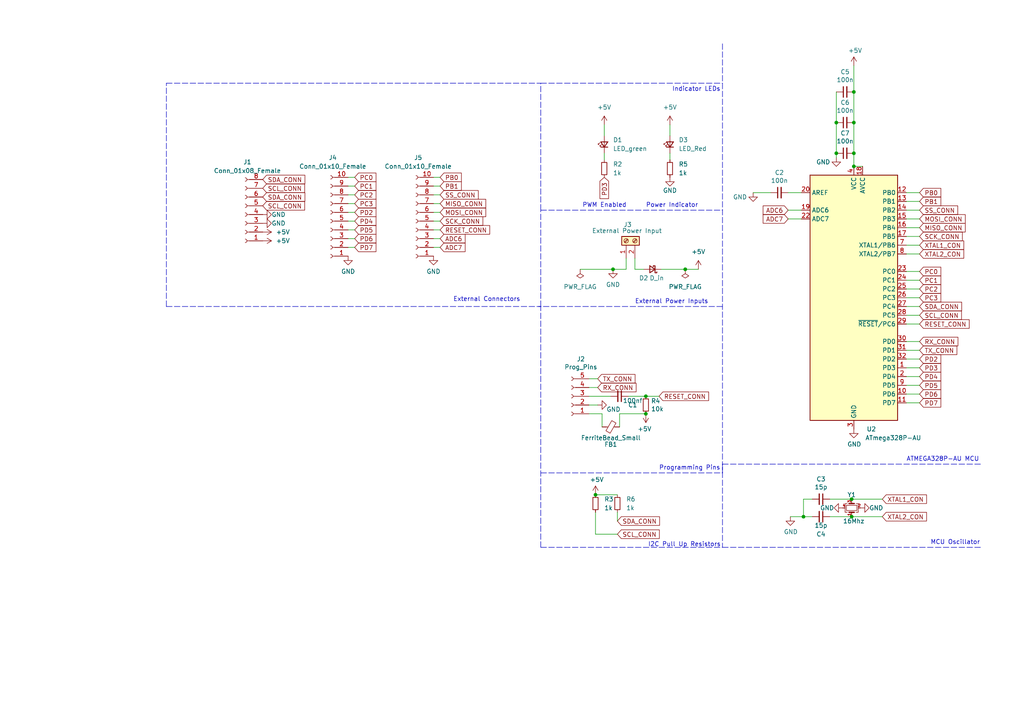
<source format=kicad_sch>
(kicad_sch (version 20211123) (generator eeschema)
  (paper "A4")
  (title_block (title "ATMEGA328P-AU Development Board") (date "2024-01-28") (rev "1") (company "SpaceCog Labs, LLC"))
  (lib_symbols
    (symbol "Connector:Conn_01x05_Female" (pin_names (offset 1.016) hide)
      (property "Reference" "J" (at 0 7.62 0))
      (property "Value" "Conn_01x05_Female" (at 0 -7.62 0))
      (symbol "Conn_01x05_Female_1_1"
        (arc (start 0 -4.572) (mid -0.508 -5.08) (end 0 -5.588) (stroke (width 0.1524)))
        (arc (start 0 -2.032) (mid -0.508 -2.54) (end 0 -3.048) (stroke (width 0.1524)))
        (polyline (pts (xy -1.27 -5.08) (xy -0.508 -5.08)) (stroke (width 0.1524)))
        (polyline (pts (xy -1.27 -2.54) (xy -0.508 -2.54)) (stroke (width 0.1524)))
        (polyline (pts (xy -1.27 0) (xy -0.508 0)) (stroke (width 0.1524)))
        (polyline (pts (xy -1.27 2.54) (xy -0.508 2.54)) (stroke (width 0.1524)))
        (polyline (pts (xy -1.27 5.08) (xy -0.508 5.08)) (stroke (width 0.1524)))
        (arc (start 0 0.508) (mid -0.508 0) (end 0 -0.508) (stroke (width 0.1524)))
        (arc (start 0 3.048) (mid -0.508 2.54) (end 0 2.032) (stroke (width 0.1524)))
        (arc (start 0 5.588) (mid -0.508 5.08) (end 0 4.572) (stroke (width 0.1524)))
        (pin passive line (at -5.08 5.08 0) (length 3.81) (name "Pin_1") (number "1"))
        (pin passive line (at -5.08 2.54 0) (length 3.81) (name "Pin_2") (number "2"))
        (pin passive line (at -5.08 0 0) (length 3.81) (name "Pin_3") (number "3"))
        (pin passive line (at -5.08 -2.54 0) (length 3.81) (name "Pin_4") (number "4"))
        (pin passive line (at -5.08 -5.08 0) (length 3.81) (name "Pin_5") (number "5"))
      )
    )
    (symbol "Connector:Conn_01x08_Female" (pin_names (offset 1.016) hide)
      (property "Reference" "J" (at 0 10.16 0))
      (property "Value" "Conn_01x08_Female" (at 0 -12.7 0))
      (symbol "Conn_01x08_Female_1_1"
        (arc (start 0 -9.652) (mid -0.508 -10.16) (end 0 -10.668) (stroke (width 0.1524)))
        (arc (start 0 -7.112) (mid -0.508 -7.62) (end 0 -8.128) (stroke (width 0.1524)))
        (arc (start 0 -4.572) (mid -0.508 -5.08) (end 0 -5.588) (stroke (width 0.1524)))
        (arc (start 0 -2.032) (mid -0.508 -2.54) (end 0 -3.048) (stroke (width 0.1524)))
        (polyline (pts (xy -1.27 -10.16) (xy -0.508 -10.16)) (stroke (width 0.1524)))
        (polyline (pts (xy -1.27 -7.62) (xy -0.508 -7.62)) (stroke (width 0.1524)))
        (polyline (pts (xy -1.27 -5.08) (xy -0.508 -5.08)) (stroke (width 0.1524)))
        (polyline (pts (xy -1.27 -2.54) (xy -0.508 -2.54)) (stroke (width 0.1524)))
        (polyline (pts (xy -1.27 0) (xy -0.508 0)) (stroke (width 0.1524)))
        (polyline (pts (xy -1.27 2.54) (xy -0.508 2.54)) (stroke (width 0.1524)))
        (polyline (pts (xy -1.27 5.08) (xy -0.508 5.08)) (stroke (width 0.1524)))
        (polyline (pts (xy -1.27 7.62) (xy -0.508 7.62)) (stroke (width 0.1524)))
        (arc (start 0 0.508) (mid -0.508 0) (end 0 -0.508) (stroke (width 0.1524)))
        (arc (start 0 3.048) (mid -0.508 2.54) (end 0 2.032) (stroke (width 0.1524)))
        (arc (start 0 5.588) (mid -0.508 5.08) (end 0 4.572) (stroke (width 0.1524)))
        (arc (start 0 8.128) (mid -0.508 7.62) (end 0 7.112) (stroke (width 0.1524)))
        (pin passive line (at -5.08 7.62 0) (length 3.81) (name "Pin_1") (number "1"))
        (pin passive line (at -5.08 5.08 0) (length 3.81) (name "Pin_2") (number "2"))
        (pin passive line (at -5.08 2.54 0) (length 3.81) (name "Pin_3") (number "3"))
        (pin passive line (at -5.08 0 0) (length 3.81) (name "Pin_4") (number "4"))
        (pin passive line (at -5.08 -2.54 0) (length 3.81) (name "Pin_5") (number "5"))
        (pin passive line (at -5.08 -5.08 0) (length 3.81) (name "Pin_6") (number "6"))
        (pin passive line (at -5.08 -7.62 0) (length 3.81) (name "Pin_7") (number "7"))
        (pin passive line (at -5.08 -10.16 0) (length 3.81) (name "Pin_8") (number "8"))
      )
    )
    (symbol "Connector:Conn_01x10_Female" (pin_names (offset 1.016) hide)
      (property "Reference" "J" (at 0 12.7 0))
      (property "Value" "Conn_01x10_Female" (at 0 -15.24 0))
      (symbol "Conn_01x10_Female_1_1"
        (arc (start 0 -12.192) (mid -0.508 -12.7) (end 0 -13.208) (stroke (width 0.1524)))
        (arc (start 0 -9.652) (mid -0.508 -10.16) (end 0 -10.668) (stroke (width 0.1524)))
        (arc (start 0 -7.112) (mid -0.508 -7.62) (end 0 -8.128) (stroke (width 0.1524)))
        (arc (start 0 -4.572) (mid -0.508 -5.08) (end 0 -5.588) (stroke (width 0.1524)))
        (arc (start 0 -2.032) (mid -0.508 -2.54) (end 0 -3.048) (stroke (width 0.1524)))
        (polyline (pts (xy -1.27 -12.7) (xy -0.508 -12.7)) (stroke (width 0.1524)))
        (polyline (pts (xy -1.27 -10.16) (xy -0.508 -10.16)) (stroke (width 0.1524)))
        (polyline (pts (xy -1.27 -7.62) (xy -0.508 -7.62)) (stroke (width 0.1524)))
        (polyline (pts (xy -1.27 -5.08) (xy -0.508 -5.08)) (stroke (width 0.1524)))
        (polyline (pts (xy -1.27 -2.54) (xy -0.508 -2.54)) (stroke (width 0.1524)))
        (polyline (pts (xy -1.27 0) (xy -0.508 0)) (stroke (width 0.1524)))
        (polyline (pts (xy -1.27 2.54) (xy -0.508 2.54)) (stroke (width 0.1524)))
        (polyline (pts (xy -1.27 5.08) (xy -0.508 5.08)) (stroke (width 0.1524)))
        (polyline (pts (xy -1.27 7.62) (xy -0.508 7.62)) (stroke (width 0.1524)))
        (polyline (pts (xy -1.27 10.16) (xy -0.508 10.16)) (stroke (width 0.1524)))
        (arc (start 0 0.508) (mid -0.508 0) (end 0 -0.508) (stroke (width 0.1524)))
        (arc (start 0 3.048) (mid -0.508 2.54) (end 0 2.032) (stroke (width 0.1524)))
        (arc (start 0 5.588) (mid -0.508 5.08) (end 0 4.572) (stroke (width 0.1524)))
        (arc (start 0 8.128) (mid -0.508 7.62) (end 0 7.112) (stroke (width 0.1524)))
        (arc (start 0 10.668) (mid -0.508 10.16) (end 0 9.652) (stroke (width 0.1524)))
        (pin passive line (at -5.08 10.16 0) (length 3.81) (name "Pin_1") (number "1"))
        (pin passive line (at -5.08 -12.7 0) (length 3.81) (name "Pin_10") (number "10"))
        (pin passive line (at -5.08 7.62 0) (length 3.81) (name "Pin_2") (number "2"))
        (pin passive line (at -5.08 5.08 0) (length 3.81) (name "Pin_3") (number "3"))
        (pin passive line (at -5.08 2.54 0) (length 3.81) (name "Pin_4") (number "4"))
        (pin passive line (at -5.08 0 0) (length 3.81) (name "Pin_5") (number "5"))
        (pin passive line (at -5.08 -2.54 0) (length 3.81) (name "Pin_6") (number "6"))
        (pin passive line (at -5.08 -5.08 0) (length 3.81) (name "Pin_7") (number "7"))
        (pin passive line (at -5.08 -7.62 0) (length 3.81) (name "Pin_8") (number "8"))
        (pin passive line (at -5.08 -10.16 0) (length 3.81) (name "Pin_9") (number "9"))
      )
    )
    (symbol "Connector:Screw_Terminal_01x02" (pin_names (offset 1.016) hide)
      (property "Reference" "J" (at 0 2.54 0))
      (property "Value" "Screw_Terminal_01x02" (at 0 -5.08 0))
      (symbol "Screw_Terminal_01x02_1_1"
        (rectangle (start -1.27 1.27) (end 1.27 -3.81) (stroke (width 0.254)) (fill (type background)))
        (circle (center 0 -2.54) (radius 0.635) (stroke (width 0.1524)))
        (polyline (pts (xy -0.5334 -2.2098) (xy 0.3302 -3.048)) (stroke (width 0.1524)))
        (polyline (pts (xy -0.5334 0.3302) (xy 0.3302 -0.508)) (stroke (width 0.1524)))
        (polyline (pts (xy -0.3556 -2.032) (xy 0.508 -2.8702)) (stroke (width 0.1524)))
        (polyline (pts (xy -0.3556 0.508) (xy 0.508 -0.3302)) (stroke (width 0.1524)))
        (circle (center 0 0) (radius 0.635) (stroke (width 0.1524)))
        (pin passive line (at -5.08 0 0) (length 3.81) (name "Pin_1") (number "1"))
        (pin passive line (at -5.08 -2.54 0) (length 3.81) (name "Pin_2") (number "2"))
      )
    )
    (symbol "Device:C_Small" (pin_numbers hide) (pin_names (offset 0.254) hide)
      (property "Reference" "C" (at 0.254 1.778 0))
      (property "Value" "C_Small" (at 0.254 -2.032 0))
      (symbol "C_Small_0_1"
        (polyline (pts (xy -1.524 -0.508) (xy 1.524 -0.508)) (stroke (width 0.3302)))
        (polyline (pts (xy -1.524 0.508) (xy 1.524 0.508)) (stroke (width 0.3048)))
      )
      (symbol "C_Small_1_1"
        (pin passive line (at 0 2.54 270) (length 2.032) (name "~") (number "1"))
        (pin passive line (at 0 -2.54 90) (length 2.032) (name "~") (number "2"))
      )
    )
    (symbol "Device:Crystal_GND24_Small" (pin_names (offset 1.016) hide)
      (property "Reference" "Y" (at 1.27 4.445 0))
      (property "Value" "Crystal_GND24_Small" (at 1.27 2.54 0))
      (symbol "Crystal_GND24_Small_0_1"
        (rectangle (start -0.762 -1.524) (end 0.762 1.524))
        (polyline (pts (xy -1.27 -0.762) (xy -1.27 0.762)) (stroke (width 0.381)))
        (polyline (pts (xy 1.27 -0.762) (xy 1.27 0.762)) (stroke (width 0.381)))
        (polyline (pts (xy -1.27 -1.27) (xy -1.27 -1.905) (xy 1.27 -1.905) (xy 1.27 -1.27)))
        (polyline (pts (xy -1.27 1.27) (xy -1.27 1.905) (xy 1.27 1.905) (xy 1.27 1.27)))
      )
      (symbol "Crystal_GND24_Small_1_1"
        (pin passive line (at -2.54 0 0) (length 1.27) (name "1") (number "1"))
        (pin passive line (at 0 -2.54 90) (length 0.635) (name "2") (number "2"))
        (pin passive line (at 2.54 0 180) (length 1.27) (name "3") (number "3"))
        (pin passive line (at 0 2.54 270) (length 0.635) (name "4") (number "4"))
      )
    )
    (symbol "Device:D_Schottky_Small" (pin_numbers hide) (pin_names (offset 0.254) hide)
      (property "Reference" "D" (at -1.27 2.032 0))
      (property "Value" "D_Schottky_Small" (at -7.112 -2.032 0))
      (symbol "D_Schottky_Small_0_1"
        (polyline (pts (xy -0.762 0) (xy 0.762 0)))
        (polyline (pts (xy 0.762 -1.016) (xy -0.762 0) (xy 0.762 1.016) (xy 0.762 -1.016)) (stroke (width 0.254)))
        (polyline (pts (xy -1.27 0.762) (xy -1.27 1.016) (xy -0.762 1.016) (xy -0.762 -1.016) (xy -0.254 -1.016) (xy -0.254 -0.762)) (stroke (width 0.254)))
      )
      (symbol "D_Schottky_Small_1_1"
        (pin passive line (at -2.54 0 0) (length 1.778) (name "K") (number "1"))
        (pin passive line (at 2.54 0 180) (length 1.778) (name "A") (number "2"))
      )
    )
    (symbol "Device:FerriteBead_Small" (pin_numbers hide) (pin_names (offset 0))
      (property "Reference" "FB" (at 1.905 1.27 0))
      (property "Value" "FerriteBead_Small" (at 1.905 -1.27 0))
      (symbol "FerriteBead_Small_0_1"
        (polyline (pts (xy 0 -1.27) (xy 0 -0.7874)))
        (polyline (pts (xy 0 0.889) (xy 0 1.2954)))
        (polyline (pts (xy -1.8288 0.2794) (xy -1.1176 1.4986) (xy 1.8288 -0.2032) (xy 1.1176 -1.4224) (xy -1.8288 0.2794)))
      )
      (symbol "FerriteBead_Small_1_1"
        (pin passive line (at 0 2.54 270) (length 1.27) (name "~") (number "1"))
        (pin passive line (at 0 -2.54 90) (length 1.27) (name "~") (number "2"))
      )
    )
    (symbol "Device:LED_Small" (pin_numbers hide) (pin_names (offset 0.254) hide)
      (property "Reference" "D" (at -1.27 3.175 0))
      (property "Value" "LED_Small" (at -4.445 -2.54 0))
      (symbol "LED_Small_0_1"
        (polyline (pts (xy -0.762 -1.016) (xy -0.762 1.016)) (stroke (width 0.254)))
        (polyline (pts (xy 1.016 0) (xy -0.762 0)))
        (polyline (pts (xy 0.762 -1.016) (xy -0.762 0) (xy 0.762 1.016) (xy 0.762 -1.016)) (stroke (width 0.254)))
        (polyline (pts (xy 0 0.762) (xy -0.508 1.27) (xy -0.254 1.27) (xy -0.508 1.27) (xy -0.508 1.016)))
        (polyline (pts (xy 0.508 1.27) (xy 0 1.778) (xy 0.254 1.778) (xy 0 1.778) (xy 0 1.524)))
      )
      (symbol "LED_Small_1_1"
        (pin passive line (at -2.54 0 0) (length 1.778) (name "K") (number "1"))
        (pin passive line (at 2.54 0 180) (length 1.778) (name "A") (number "2"))
      )
    )
    (symbol "Device:R_Small" (pin_numbers hide) (pin_names (offset 0.254) hide)
      (property "Reference" "R" (at 0.762 0.508 0))
      (property "Value" "R_Small" (at 0.762 -1.016 0))
      (symbol "R_Small_0_1"
        (rectangle (start -0.762 1.778) (end 0.762 -1.778) (stroke (width 0.2032)))
      )
      (symbol "R_Small_1_1"
        (pin passive line (at 0 2.54 270) (length 0.762) (name "~") (number "1"))
        (pin passive line (at 0 -2.54 90) (length 0.762) (name "~") (number "2"))
      )
    )
    (symbol "MCU_Microchip_ATmega:ATmega328P-AU"
      (property "Reference" "U" (at -12.7 36.83 0))
      (property "Value" "MCU_Microchip_ATmega_ATmega328P-AU" (at 2.54 -36.83 0))
      (symbol "ATmega328P-AU_0_1"
        (rectangle (start -12.7 -35.56) (end 12.7 35.56) (stroke (width 0.254)) (fill (type background)))
      )
      (symbol "ATmega328P-AU_1_1"
        (pin bidirectional line (at 15.24 -20.32 180) (length 2.54) (name "PD3") (number "1"))
        (pin bidirectional line (at 15.24 -27.94 180) (length 2.54) (name "PD6") (number "10"))
        (pin bidirectional line (at 15.24 -30.48 180) (length 2.54) (name "PD7") (number "11"))
        (pin bidirectional line (at 15.24 30.48 180) (length 2.54) (name "PB0") (number "12"))
        (pin bidirectional line (at 15.24 27.94 180) (length 2.54) (name "PB1") (number "13"))
        (pin bidirectional line (at 15.24 25.4 180) (length 2.54) (name "PB2") (number "14"))
        (pin bidirectional line (at 15.24 22.86 180) (length 2.54) (name "PB3") (number "15"))
        (pin bidirectional line (at 15.24 20.32 180) (length 2.54) (name "PB4") (number "16"))
        (pin bidirectional line (at 15.24 17.78 180) (length 2.54) (name "PB5") (number "17"))
        (pin power_in line (at 2.54 38.1 270) (length 2.54) (name "AVCC") (number "18"))
        (pin input line (at -15.24 25.4 0) (length 2.54) (name "ADC6") (number "19"))
        (pin bidirectional line (at 15.24 -22.86 180) (length 2.54) (name "PD4") (number "2"))
        (pin passive line (at -15.24 30.48 0) (length 2.54) (name "AREF") (number "20"))
        (pin passive line (at 0 -38.1 90) (length 2.54) hide (name "GND") (number "21"))
        (pin input line (at -15.24 22.86 0) (length 2.54) (name "ADC7") (number "22"))
        (pin bidirectional line (at 15.24 7.62 180) (length 2.54) (name "PC0") (number "23"))
        (pin bidirectional line (at 15.24 5.08 180) (length 2.54) (name "PC1") (number "24"))
        (pin bidirectional line (at 15.24 2.54 180) (length 2.54) (name "PC2") (number "25"))
        (pin bidirectional line (at 15.24 0 180) (length 2.54) (name "PC3") (number "26"))
        (pin bidirectional line (at 15.24 -2.54 180) (length 2.54) (name "PC4") (number "27"))
        (pin bidirectional line (at 15.24 -5.08 180) (length 2.54) (name "PC5") (number "28"))
        (pin bidirectional line (at 15.24 -7.62 180) (length 2.54) (name "~{RESET}/PC6") (number "29"))
        (pin power_in line (at 0 -38.1 90) (length 2.54) (name "GND") (number "3"))
        (pin bidirectional line (at 15.24 -12.7 180) (length 2.54) (name "PD0") (number "30"))
        (pin bidirectional line (at 15.24 -15.24 180) (length 2.54) (name "PD1") (number "31"))
        (pin bidirectional line (at 15.24 -17.78 180) (length 2.54) (name "PD2") (number "32"))
        (pin power_in line (at 0 38.1 270) (length 2.54) (name "VCC") (number "4"))
        (pin passive line (at 0 -38.1 90) (length 2.54) hide (name "GND") (number "5"))
        (pin passive line (at 0 38.1 270) (length 2.54) hide (name "VCC") (number "6"))
        (pin bidirectional line (at 15.24 15.24 180) (length 2.54) (name "XTAL1/PB6") (number "7"))
        (pin bidirectional line (at 15.24 12.7 180) (length 2.54) (name "XTAL2/PB7") (number "8"))
        (pin bidirectional line (at 15.24 -25.4 180) (length 2.54) (name "PD5") (number "9"))
      )
    )
    (symbol "power:+5V" (power) (pin_names (offset 0))
      (property "Value" "+5V" (at 0 3.556 0))
      (symbol "+5V_0_1"
        (polyline (pts (xy -0.762 1.27) (xy 0 2.54)))
        (polyline (pts (xy 0 0) (xy 0 2.54)))
        (polyline (pts (xy 0 2.54) (xy 0.762 1.27)))
      )
      (symbol "+5V_1_1"
        (pin power_in line (at 0 0 90) (length 0) hide (name "+5V") (number "1"))
      )
    )
    (symbol "power:GND" (power) (pin_names (offset 0))
      (property "Value" "GND" (at 0 -3.81 0))
      (symbol "GND_0_1"
        (polyline (pts (xy 0 0) (xy 0 -1.27) (xy 1.27 -1.27) (xy 0 -2.54) (xy -1.27 -1.27) (xy 0 -1.27)))
      )
      (symbol "GND_1_1"
        (pin power_in line (at 0 0 270) (length 0) hide (name "GND") (number "1"))
      )
    )
    (symbol "power:PWR_FLAG" (power) (pin_numbers hide) (pin_names (offset 0) hide)
      (property "Value" "PWR_FLAG" (at 0 3.81 0))
      (symbol "PWR_FLAG_0_0"
        (pin power_out line (at 0 0 90) (length 0) (name "pwr") (number "1"))
      )
      (symbol "PWR_FLAG_0_1"
        (polyline (pts (xy 0 0) (xy 0 1.27) (xy -1.016 1.905) (xy 0 2.54) (xy 1.016 1.905) (xy 0 1.27)))
      )
    )
  )
  (junction (at 187.325 120.015))
  (junction (at 247.65 26.67))
  (junction (at 247.65 44.45))
  (junction (at 247.65 35.56))
  (junction (at 247.65 48.26))
  (junction (at 247.015 144.78))
  (junction (at 233.045 149.86))
  (junction (at 172.72 143.51))
  (junction (at 177.8 78.105))
  (junction (at 198.755 78.105))
  (junction (at 242.57 35.56))
  (junction (at 242.57 44.45))
  (junction (at 247.015 149.86))
  (junction (at 187.325 114.935))
  (wire (pts (xy 218.44 55.88) (xy 223.52 55.88)))
  (wire (pts (xy 125.73 53.975) (xy 127.635 53.975)))
  (wire (pts (xy 179.705 120.015) (xy 187.325 120.015)))
  (wire (pts (xy 242.57 26.67) (xy 242.57 35.56)))
  (polyline (pts (xy 156.845 158.75) (xy 156.845 88.9)))
  (wire (pts (xy 100.965 71.755) (xy 102.87 71.755)))
  (wire (pts (xy 100.965 66.675) (xy 102.87 66.675)))
  (wire (pts (xy 125.73 69.215) (xy 127.635 69.215)))
  (wire (pts (xy 181.61 74.93) (xy 181.61 78.105)))
  (polyline (pts (xy 156.845 60.96) (xy 156.845 24.13)))
  (wire (pts (xy 182.245 114.935) (xy 187.325 114.935)))
  (wire (pts (xy 235.585 144.78) (xy 233.045 144.78)))
  (wire (pts (xy 262.89 104.14) (xy 266.7 104.14)))
  (wire (pts (xy 266.7 73.66) (xy 262.89 73.66)))
  (wire (pts (xy 125.73 59.055) (xy 127.635 59.055)))
  (wire (pts (xy 179.07 151.13) (xy 179.07 148.59)))
  (polyline (pts (xy 156.845 88.9) (xy 156.845 60.96)))
  (wire (pts (xy 179.07 154.94) (xy 172.72 154.94)))
  (wire (pts (xy 266.7 99.06) (xy 262.89 99.06)))
  (wire (pts (xy 266.7 91.44) (xy 262.89 91.44)))
  (wire (pts (xy 191.77 78.105) (xy 198.755 78.105)))
  (wire (pts (xy 262.89 88.9) (xy 266.7 88.9)))
  (wire (pts (xy 247.65 44.45) (xy 247.65 35.56)))
  (polyline (pts (xy 156.845 60.96) (xy 209.55 60.96)))
  (wire (pts (xy 179.705 123.825) (xy 179.705 120.015)))
  (wire (pts (xy 100.965 64.135) (xy 102.87 64.135)))
  (wire (pts (xy 228.6 60.96) (xy 232.41 60.96)))
  (wire (pts (xy 247.65 19.05) (xy 247.65 26.67)))
  (polyline (pts (xy 156.845 88.9) (xy 156.21 88.9)))
  (wire (pts (xy 266.7 68.58) (xy 262.89 68.58)))
  (wire (pts (xy 266.7 66.04) (xy 262.89 66.04)))
  (wire (pts (xy 242.57 35.56) (xy 242.57 44.45)))
  (wire (pts (xy 184.15 74.93) (xy 184.15 78.105)))
  (wire (pts (xy 266.7 58.42) (xy 262.89 58.42)))
  (polyline (pts (xy 48.26 88.9) (xy 48.26 24.13)))
  (polyline (pts (xy 209.55 158.75) (xy 284.48 158.75)))
  (polyline (pts (xy 209.55 137.16) (xy 209.55 134.62)))
  (wire (pts (xy 175.26 36.195) (xy 175.26 39.37)))
  (wire (pts (xy 262.89 116.84) (xy 266.7 116.84)))
  (polyline (pts (xy 209.55 134.62) (xy 284.48 134.62)))
  (wire (pts (xy 172.72 154.94) (xy 172.72 148.59)))
  (wire (pts (xy 179.07 143.51) (xy 172.72 143.51)))
  (wire (pts (xy 262.89 83.82) (xy 266.7 83.82)))
  (wire (pts (xy 125.73 71.755) (xy 127.635 71.755)))
  (wire (pts (xy 262.89 111.76) (xy 266.7 111.76)))
  (wire (pts (xy 266.7 63.5) (xy 262.89 63.5)))
  (wire (pts (xy 247.65 48.26) (xy 247.65 44.45)))
  (wire (pts (xy 125.73 56.515) (xy 127.635 56.515)))
  (wire (pts (xy 262.89 109.22) (xy 266.7 109.22)))
  (wire (pts (xy 125.73 64.135) (xy 127.635 64.135)))
  (wire (pts (xy 174.625 120.015) (xy 174.625 123.825)))
  (wire (pts (xy 262.89 114.3) (xy 266.7 114.3)))
  (wire (pts (xy 240.665 144.78) (xy 247.015 144.78)))
  (wire (pts (xy 100.965 59.055) (xy 102.87 59.055)))
  (wire (pts (xy 240.665 149.86) (xy 247.015 149.86)))
  (polyline (pts (xy 209.55 12.7) (xy 209.55 134.62)))
  (wire (pts (xy 242.57 45.72) (xy 242.57 44.45)))
  (polyline (pts (xy 209.55 88.9) (xy 156.845 88.9)))
  (polyline (pts (xy 48.26 88.9) (xy 156.845 88.9)))
  (wire (pts (xy 247.65 35.56) (xy 247.65 26.67)))
  (wire (pts (xy 100.965 56.515) (xy 102.87 56.515)))
  (wire (pts (xy 100.965 61.595) (xy 102.87 61.595)))
  (polyline (pts (xy 209.55 134.62) (xy 209.55 158.75)))
  (wire (pts (xy 255.905 144.78) (xy 247.015 144.78)))
  (wire (pts (xy 125.73 66.675) (xy 127.635 66.675)))
  (wire (pts (xy 198.755 78.105) (xy 202.565 78.105)))
  (wire (pts (xy 125.73 51.435) (xy 127.635 51.435)))
  (polyline (pts (xy 156.845 158.75) (xy 209.55 158.75)))
  (wire (pts (xy 100.965 51.435) (xy 102.87 51.435)))
  (wire (pts (xy 228.6 55.88) (xy 232.41 55.88)))
  (wire (pts (xy 250.19 48.26) (xy 247.65 48.26)))
  (wire (pts (xy 187.325 114.935) (xy 191.135 114.935)))
  (wire (pts (xy 181.61 78.105) (xy 177.8 78.105)))
  (wire (pts (xy 262.89 78.74) (xy 266.7 78.74)))
  (wire (pts (xy 170.815 117.475) (xy 173.355 117.475)))
  (wire (pts (xy 266.7 71.12) (xy 262.89 71.12)))
  (wire (pts (xy 194.31 36.195) (xy 194.31 39.37)))
  (wire (pts (xy 170.815 109.855) (xy 173.355 109.855)))
  (wire (pts (xy 262.89 106.68) (xy 266.7 106.68)))
  (wire (pts (xy 184.15 78.105) (xy 186.69 78.105)))
  (wire (pts (xy 262.89 86.36) (xy 266.7 86.36)))
  (wire (pts (xy 100.965 53.975) (xy 102.87 53.975)))
  (wire (pts (xy 266.7 101.6) (xy 262.89 101.6)))
  (wire (pts (xy 255.905 149.86) (xy 247.015 149.86)))
  (wire (pts (xy 228.6 63.5) (xy 232.41 63.5)))
  (wire (pts (xy 170.815 120.015) (xy 174.625 120.015)))
  (wire (pts (xy 170.815 114.935) (xy 177.165 114.935)))
  (polyline (pts (xy 156.845 24.13) (xy 209.55 24.13)))
  (wire (pts (xy 170.815 112.395) (xy 173.355 112.395)))
  (wire (pts (xy 194.31 44.45) (xy 194.31 46.355)))
  (wire (pts (xy 262.89 81.28) (xy 266.7 81.28)))
  (polyline (pts (xy 156.845 137.16) (xy 209.55 137.16)))
  (wire (pts (xy 233.045 144.78) (xy 233.045 149.86)))
  (wire (pts (xy 233.045 149.86) (xy 235.585 149.86)))
  (wire (pts (xy 266.7 93.98) (xy 262.89 93.98)))
  (wire (pts (xy 100.965 69.215) (xy 102.87 69.215)))
  (wire (pts (xy 262.89 55.88) (xy 266.7 55.88)))
  (polyline (pts (xy 48.26 24.13) (xy 156.845 24.13)))
  (wire (pts (xy 125.73 61.595) (xy 127.635 61.595)))
  (wire (pts (xy 168.275 78.105) (xy 177.8 78.105)))
  (wire (pts (xy 266.7 60.96) (xy 262.89 60.96)))
  (wire (pts (xy 175.26 44.45) (xy 175.26 46.355)))
  (wire (pts (xy 229.235 149.86) (xy 233.045 149.86)))
  (text "MCU Oscillator" (at 269.875 158.115 0) (effects (font (size 1.27 1.27)) (justify left bottom)))
  (text "PWM Enabled" (at 168.91 60.325 0) (effects (font (size 1.27 1.27)) (justify left bottom)))
  (text "ATMEGA328P-AU MCU" (at 262.89 133.985 0) (effects (font (size 1.27 1.27)) (justify left bottom)))
  (text "External Connectors" (at 131.445 87.63 0) (effects (font (size 1.27 1.27)) (justify left bottom)))
  (text "Power Indicator" (at 187.325 60.325 0) (effects (font (size 1.27 1.27)) (justify left bottom)))
  (text "External Power Inputs" (at 184.15 88.265 0) (effects (font (size 1.27 1.27)) (justify left bottom)))
  (text "Indicator LEDs" (at 194.945 26.67 0) (effects (font (size 1.27 1.27)) (justify left bottom)))
  (text "I2C Pull Up Resistors" (at 187.96 158.75 0) (effects (font (size 1.27 1.27)) (justify left bottom)))
  (text "Programming Pins" (at 191.135 136.525 0) (effects (font (size 1.27 1.27)) (justify left bottom)))
  (global_label "XTAL2_CON" (shape input) (at 255.905 149.86 0) (property "Intersheet References" "${INTERSHEET_REFS}" (effects hide)))
  (global_label "ADC6" (shape input) (at 228.6 60.96 180) (property "Intersheet References" "${INTERSHEET_REFS}" (effects hide)))
  (global_label "PD2" (shape input) (at 102.87 61.595 0) (property "Intersheet References" "${INTERSHEET_REFS}" (effects hide)))
  (global_label "RX_CONN" (shape input) (at 266.7 99.06 0) (property "Intersheet References" "${INTERSHEET_REFS}" (effects hide)))
  (global_label "XTAL1_CON" (shape input) (at 266.7 71.12 0) (property "Intersheet References" "${INTERSHEET_REFS}" (effects hide)))
  (global_label "SDA_CONN" (shape input) (at 266.7 88.9 0) (property "Intersheet References" "${INTERSHEET_REFS}" (effects hide)))
  (global_label "RESET_CONN" (shape input) (at 127.635 66.675 0) (property "Intersheet References" "${INTERSHEET_REFS}" (effects hide)))
  (global_label "SDA_CONN" (shape input) (at 76.2 57.15 0) (property "Intersheet References" "${INTERSHEET_REFS}" (effects hide)))
  (global_label "RESET_CONN" (shape input) (at 191.135 114.935 0) (property "Intersheet References" "${INTERSHEET_REFS}" (effects hide)))
  (global_label "PB1" (shape input) (at 127.635 53.975 0) (property "Intersheet References" "${INTERSHEET_REFS}" (effects hide)))
  (global_label "TX_CONN" (shape input) (at 266.7 101.6 0) (property "Intersheet References" "${INTERSHEET_REFS}" (effects hide)))
  (global_label "PC2" (shape input) (at 102.87 56.515 0) (property "Intersheet References" "${INTERSHEET_REFS}" (effects hide)))
  (global_label "PC0" (shape input) (at 102.87 51.435 0) (property "Intersheet References" "${INTERSHEET_REFS}" (effects hide)))
  (global_label "MISO_CONN" (shape input) (at 127.635 59.055 0) (property "Intersheet References" "${INTERSHEET_REFS}" (effects hide)))
  (global_label "MOSI_CONN" (shape input) (at 127.635 61.595 0) (property "Intersheet References" "${INTERSHEET_REFS}" (effects hide)))
  (global_label "PC1" (shape input) (at 266.7 81.28 0) (property "Intersheet References" "${INTERSHEET_REFS}" (effects hide)))
  (global_label "PD4" (shape input) (at 266.7 109.22 0) (property "Intersheet References" "${INTERSHEET_REFS}" (effects hide)))
  (global_label "PD6" (shape input) (at 266.7 114.3 0) (property "Intersheet References" "${INTERSHEET_REFS}" (effects hide)))
  (global_label "PD3" (shape input) (at 175.26 51.435 270) (property "Intersheet References" "${INTERSHEET_REFS}" (effects hide)))
  (global_label "PD3" (shape input) (at 266.7 106.68 0) (property "Intersheet References" "${INTERSHEET_REFS}" (effects hide)))
  (global_label "SCL_CONN" (shape input) (at 76.2 54.61 0) (property "Intersheet References" "${INTERSHEET_REFS}" (effects hide)))
  (global_label "SCK_CONN" (shape input) (at 266.7 68.58 0) (property "Intersheet References" "${INTERSHEET_REFS}" (effects hide)))
  (global_label "PD7" (shape input) (at 102.87 71.755 0) (property "Intersheet References" "${INTERSHEET_REFS}" (effects hide)))
  (global_label "SCK_CONN" (shape input) (at 127.635 64.135 0) (property "Intersheet References" "${INTERSHEET_REFS}" (effects hide)))
  (global_label "MOSI_CONN" (shape input) (at 266.7 63.5 0) (property "Intersheet References" "${INTERSHEET_REFS}" (effects hide)))
  (global_label "PC0" (shape input) (at 266.7 78.74 0) (property "Intersheet References" "${INTERSHEET_REFS}" (effects hide)))
  (global_label "SDA_CONN" (shape input) (at 179.07 151.13 0) (property "Intersheet References" "${INTERSHEET_REFS}" (effects hide)))
  (global_label "PC1" (shape input) (at 102.87 53.975 0) (property "Intersheet References" "${INTERSHEET_REFS}" (effects hide)))
  (global_label "PD2" (shape input) (at 266.7 104.14 0) (property "Intersheet References" "${INTERSHEET_REFS}" (effects hide)))
  (global_label "PB0" (shape input) (at 127.635 51.435 0) (property "Intersheet References" "${INTERSHEET_REFS}" (effects hide)))
  (global_label "RESET_CONN" (shape input) (at 266.7 93.98 0) (property "Intersheet References" "${INTERSHEET_REFS}" (effects hide)))
  (global_label "SCL_CONN" (shape input) (at 266.7 91.44 0) (property "Intersheet References" "${INTERSHEET_REFS}" (effects hide)))
  (global_label "PD5" (shape input) (at 266.7 111.76 0) (property "Intersheet References" "${INTERSHEET_REFS}" (effects hide)))
  (global_label "SCL_CONN" (shape input) (at 179.07 154.94 0) (property "Intersheet References" "${INTERSHEET_REFS}" (effects hide)))
  (global_label "PC2" (shape input) (at 266.7 83.82 0) (property "Intersheet References" "${INTERSHEET_REFS}" (effects hide)))
  (global_label "XTAL2_CON" (shape input) (at 266.7 73.66 0) (property "Intersheet References" "${INTERSHEET_REFS}" (effects hide)))
  (global_label "ADC7" (shape input) (at 127.635 71.755 0) (property "Intersheet References" "${INTERSHEET_REFS}" (effects hide)))
  (global_label "PB0" (shape input) (at 266.7 55.88 0) (property "Intersheet References" "${INTERSHEET_REFS}" (effects hide)))
  (global_label "SS_CONN" (shape input) (at 127.635 56.515 0) (property "Intersheet References" "${INTERSHEET_REFS}" (effects hide)))
  (global_label "XTAL1_CON" (shape input) (at 255.905 144.78 0) (property "Intersheet References" "${INTERSHEET_REFS}" (effects hide)))
  (global_label "SDA_CONN" (shape input) (at 76.2 52.07 0) (property "Intersheet References" "${INTERSHEET_REFS}" (effects hide)))
  (global_label "ADC6" (shape input) (at 127.635 69.215 0) (property "Intersheet References" "${INTERSHEET_REFS}" (effects hide)))
  (global_label "SCL_CONN" (shape input) (at 76.2 59.69 0) (property "Intersheet References" "${INTERSHEET_REFS}" (effects hide)))
  (global_label "PD5" (shape input) (at 102.87 66.675 0) (property "Intersheet References" "${INTERSHEET_REFS}" (effects hide)))
  (global_label "RX_CONN" (shape input) (at 173.355 112.395 0) (property "Intersheet References" "${INTERSHEET_REFS}" (effects hide)))
  (global_label "PC3" (shape input) (at 266.7 86.36 0) (property "Intersheet References" "${INTERSHEET_REFS}" (effects hide)))
  (global_label "TX_CONN" (shape input) (at 173.355 109.855 0) (property "Intersheet References" "${INTERSHEET_REFS}" (effects hide)))
  (global_label "PB1" (shape input) (at 266.7 58.42 0) (property "Intersheet References" "${INTERSHEET_REFS}" (effects hide)))
  (global_label "PD6" (shape input) (at 102.87 69.215 0) (property "Intersheet References" "${INTERSHEET_REFS}" (effects hide)))
  (global_label "ADC7" (shape input) (at 228.6 63.5 180) (property "Intersheet References" "${INTERSHEET_REFS}" (effects hide)))
  (global_label "SS_CONN" (shape input) (at 266.7 60.96 0) (property "Intersheet References" "${INTERSHEET_REFS}" (effects hide)))
  (global_label "PC3" (shape input) (at 102.87 59.055 0) (property "Intersheet References" "${INTERSHEET_REFS}" (effects hide)))
  (global_label "PD7" (shape input) (at 266.7 116.84 0) (property "Intersheet References" "${INTERSHEET_REFS}" (effects hide)))
  (global_label "PD4" (shape input) (at 102.87 64.135 0) (property "Intersheet References" "${INTERSHEET_REFS}" (effects hide)))
  (global_label "MISO_CONN" (shape input) (at 266.7 66.04 0) (property "Intersheet References" "${INTERSHEET_REFS}" (effects hide)))
  (symbol (lib_id "power:+5V") (at 76.2 67.31 270) (unit 1)
    (property "Reference" "#PWR06" (effects hide))
    (property "Value" "+5V" (at 80.01 67.3099 90) (effects (justify left)))
  )
  (symbol (lib_id "Device:R_Small") (at 172.72 146.05 0) (unit 1)
    (property "Reference" "R3" (at 175.26 144.7799 0) (effects (justify left)))
    (property "Value" "1k" (at 175.26 147.3199 0) (effects (justify left)))
    (property "Footprint" "Resistor_SMD:R_1206_3216Metric" (effects hide))
    (property "LCSC" "C4410" (effects hide))
  )
  (symbol (lib_id "Device:R_Small") (at 187.325 117.475 0) (unit 1)
    (property "Reference" "R4" (at 188.8236 116.3066 0) (effects (justify left)))
    (property "Value" "10k" (at 188.8236 118.618 0) (effects (justify left)))
    (property "Footprint" "Resistor_SMD:R_0603_1608Metric" (effects hide))
    (property "LCSC" "C25804" (effects hide))
  )
  (symbol (lib_id "Device:C_Small") (at 226.06 55.88 90) (unit 1)
    (property "Reference" "C2" (at 226.06 50.0634 90))
    (property "Value" "100n" (at 226.06 52.3748 90))
    (property "Footprint" "Capacitor_SMD:C_0603_1608Metric" (effects hide))
    (property "LCSC" "C14663" (effects hide))
  )
  (symbol (lib_id "power:GND") (at 76.2 62.23 90) (unit 1)
    (property "Reference" "#PWR03" (effects hide))
    (property "Value" "GND" (at 78.74 62.23 90) (effects (justify right)))
  )
  (symbol (lib_id "power:+5V") (at 76.2 69.85 270) (unit 1)
    (property "Reference" "#PWR07" (effects hide))
    (property "Value" "+5V" (at 80.01 69.8499 90) (effects (justify left)))
  )
  (symbol (lib_id "Device:R_Small") (at 194.31 48.895 0) (unit 1)
    (property "Reference" "R5" (at 196.85 47.6249 0) (effects (justify left)))
    (property "Value" "1k" (at 196.85 50.1649 0) (effects (justify left)))
    (property "Footprint" "Resistor_SMD:R_1206_3216Metric" (effects hide))
    (property "LCSC" "C4410" (effects hide))
  )
  (symbol (lib_id "Connector:Conn_01x08_Female") (at 71.12 62.23 180) (unit 1)
    (property "Reference" "J1" (at 71.755 46.99 0))
    (property "Value" "Conn_01x08_Female" (at 71.755 49.53 0))
    (property "Footprint" "externalConnectors:Conn_8" (effects hide))
  )
  (symbol (lib_id "power:PWR_FLAG") (at 198.755 78.105 180) (unit 1)
    (property "Reference" "#FLG0101" (effects hide))
    (property "Value" "PWR_FLAG" (at 198.755 83.185 0))
  )
  (symbol (lib_id "Device:FerriteBead_Small") (at 177.165 123.825 270) (unit 1)
    (property "Reference" "FB1" (at 177.165 128.905 90))
    (property "Value" "FerriteBead_Small" (at 177.165 127 90))
    (property "Footprint" "Inductor_SMD:L_0805_2012Metric" (effects hide))
    (property "LCSC" "C96710" (effects hide))
  )
  (symbol (lib_id "power:GND") (at 194.31 51.435 0) (unit 1)
    (property "Reference" "#PWR01" (effects hide))
    (property "Value" "GND" (at 194.31 55.245 0))
  )
  (symbol (lib_id "power:GND") (at 229.235 149.86 0) (unit 1)
    (property "Reference" "#PWR0106" (effects hide))
    (property "Value" "GND" (at 229.362 154.2542 0))
  )
  (symbol (lib_id "power:GND") (at 125.73 74.295 0) (unit 1)
    (property "Reference" "#PWR04" (effects hide))
    (property "Value" "GND" (at 125.73 78.74 0))
  )
  (symbol (lib_id "power:GND") (at 218.44 55.88 0) (unit 1)
    (property "Reference" "#PWR0112" (effects hide))
    (property "Value" "GND" (at 214.63 57.15 0))
  )
  (symbol (lib_id "Device:Crystal_GND24_Small") (at 247.015 147.32 90) (unit 1)
    (property "Reference" "Y1" (at 245.745 143.51 90) (effects (justify right)))
    (property "Value" "16Mhz" (at 244.475 151.13 90) (effects (justify right)))
    (property "Footprint" "Crystal:Crystal_SMD_2520-4Pin_2.5x2.0mm" (effects hide))
    (property "LCSC" "C284159" (effects hide))
  )
  (symbol (lib_id "power:+5V") (at 202.565 78.105 0) (unit 1)
    (property "Reference" "#PWR0102" (effects hide))
    (property "Value" "+5V" (at 202.565 73.025 0))
  )
  (symbol (lib_id "Device:C_Small") (at 245.11 26.67 90) (unit 1)
    (property "Reference" "C5" (at 245.11 20.8534 90))
    (property "Value" "100n" (at 245.11 23.1648 90))
    (property "Footprint" "Capacitor_SMD:C_0603_1608Metric" (effects hide))
    (property "LCSC" "C14663" (effects hide))
  )
  (symbol (lib_id "Device:C_Small") (at 238.125 149.86 270) (unit 1)
    (property "Reference" "C4" (at 238.125 154.94 90))
    (property "Value" "15p" (at 238.125 152.4 90))
    (property "Footprint" "Capacitor_SMD:C_0603_1608Metric" (effects hide))
    (property "LCSC" "C1644" (effects hide))
  )
  (symbol (lib_id "power:GND") (at 177.8 78.105 0) (unit 1)
    (property "Reference" "#PWR0101" (effects hide))
    (property "Value" "GND" (at 177.8 82.55 0))
  )
  (symbol (lib_id "Connector:Conn_01x10_Female") (at 120.65 64.135 180) (unit 1)
    (property "Reference" "J5" (at 121.285 45.72 0))
    (property "Value" "Conn_01x10_Female" (at 121.285 48.26 0))
    (property "Footprint" "externalConnectors:Conn_10" (effects hide))
  )
  (symbol (lib_id "MCU_Microchip_ATmega:ATmega328P-AU") (at 247.65 86.36 0) (unit 1)
    (property "Reference" "U2" (at 252.73 124.46 0))
    (property "Value" "ATmega328P-AU" (at 259.08 127 0))
    (property "Footprint" "Package_QFP:TQFP-32_7x7mm_P0.8mm" (effects hide))
    (property "Datasheet" "http://ww1.microchip.com/downloads/en/DeviceDoc/ATmega328_P%20AVR%20MCU%20with%20picoPower%20Technology%20Data%20Sheet%2040001984A.pdf" (effects hide))
    (property "LCSC" "C14877" (effects hide))
  )
  (symbol (lib_id "power:+5V") (at 247.65 19.05 0) (unit 1)
    (property "Reference" "#PWR0114" (effects hide))
    (property "Value" "+5V" (at 248.031 14.6558 0))
  )
  (symbol (lib_id "Device:C_Small") (at 245.11 35.56 90) (unit 1)
    (property "Reference" "C6" (at 245.11 29.7434 90))
    (property "Value" "100n" (at 245.11 32.0548 90))
    (property "Footprint" "Capacitor_SMD:C_0603_1608Metric" (effects hide))
    (property "LCSC" "C14663" (effects hide))
  )
  (symbol (lib_id "Connector:Conn_01x05_Female") (at 165.735 114.935 180) (unit 1)
    (property "Reference" "J2" (at 168.4782 104.14 0))
    (property "Value" "Prog_Pins" (at 168.4782 106.4514 0))
    (property "Footprint" "externalConnectors:Conn_5" (effects hide))
  )
  (symbol (lib_id "power:GND") (at 100.965 74.295 0) (unit 1)
    (property "Reference" "#PWR02" (effects hide))
    (property "Value" "GND" (at 100.965 78.74 0))
  )
  (symbol (lib_id "power:+5V") (at 172.72 143.51 0) (unit 1)
    (property "Reference" "#PWR0111" (effects hide))
    (property "Value" "+5V" (at 173.101 139.1158 0))
  )
  (symbol (lib_id "Connector:Conn_01x10_Female") (at 95.885 64.135 180) (unit 1)
    (property "Reference" "J4" (at 96.52 45.72 0))
    (property "Value" "Conn_01x10_Female" (at 96.52 48.26 0))
    (property "Footprint" "externalConnectors:Conn_10" (effects hide))
  )
  (symbol (lib_id "power:+5V") (at 194.31 36.195 0) (unit 1)
    (property "Reference" "#PWR0103" (effects hide))
    (property "Value" "+5V" (at 194.31 31.115 0))
  )
  (symbol (lib_id "Device:C_Small") (at 238.125 144.78 270) (unit 1)
    (property "Reference" "C3" (at 238.125 138.9634 90))
    (property "Value" "15p" (at 238.125 141.2748 90))
    (property "Footprint" "Capacitor_SMD:C_0603_1608Metric" (effects hide))
    (property "LCSC" "C1644" (effects hide))
  )
  (symbol (lib_id "power:PWR_FLAG") (at 168.275 78.105 180) (unit 1)
    (property "Reference" "#FLG01" (effects hide))
    (property "Value" "PWR_FLAG" (at 168.275 83.185 0))
  )
  (symbol (lib_id "Device:R_Small") (at 179.07 146.05 0) (unit 1)
    (property "Reference" "R6" (at 181.61 144.7799 0) (effects (justify left)))
    (property "Value" "1k" (at 181.61 147.3199 0) (effects (justify left)))
    (property "Footprint" "Resistor_SMD:R_1206_3216Metric" (effects hide))
    (property "LCSC" "C4410" (effects hide))
  )
  (symbol (lib_id "Device:R_Small") (at 175.26 48.895 0) (unit 1)
    (property "Reference" "R2" (at 177.8 47.6249 0) (effects (justify left)))
    (property "Value" "1k" (at 177.8 50.1649 0) (effects (justify left)))
    (property "Footprint" "Resistor_SMD:R_1206_3216Metric" (effects hide))
    (property "LCSC" "C4410" (effects hide))
  )
  (symbol (lib_id "power:GND") (at 173.355 117.475 90) (unit 1)
    (property "Reference" "#PWR0109" (effects hide))
    (property "Value" "GND" (at 175.895 118.745 90) (effects (justify right)))
  )
  (symbol (lib_id "Device:LED_Small") (at 175.26 41.91 90) (unit 1)
    (property "Reference" "D1" (at 177.8 40.5764 90) (effects (justify right)))
    (property "Value" "LED_green" (at 177.8 43.1164 90) (effects (justify right)))
    (property "Footprint" "LED_SMD:LED_0805_2012Metric" (effects hide))
    (property "LCSC" "C2297" (effects hide))
  )
  (symbol (lib_id "Device:C_Small") (at 179.705 114.935 270) (unit 1)
    (property "Reference" "C1" (at 183.515 117.475 90))
    (property "Value" "100nf" (at 183.515 116.205 90))
    (property "Footprint" "Capacitor_SMD:C_0603_1608Metric" (effects hide))
    (property "LCSC" "C14663" (effects hide))
  )
  (symbol (lib_id "Connector:Screw_Terminal_01x02") (at 181.61 69.85 90) (unit 1)
    (property "Reference" "J3" (at 180.848 65.151 90) (effects (justify right)))
    (property "Value" "External Power Input" (at 171.704 66.929 90) (effects (justify right)))
    (property "Footprint" "externalConnectors:two_pin_screw_term" (effects hide))
  )
  (symbol (lib_id "power:+5V") (at 187.325 120.015 180) (unit 1)
    (property "Reference" "#PWR0110" (effects hide))
    (property "Value" "+5V" (at 186.944 124.4092 0))
  )
  (symbol (lib_id "power:GND") (at 249.555 147.32 90) (unit 1)
    (property "Reference" "#PWR0107" (effects hide))
    (property "Value" "GND" (at 252.095 147.32 90) (effects (justify right)))
  )
  (symbol (lib_id "power:GND") (at 244.475 147.32 270) (unit 1)
    (property "Reference" "#PWR0108" (effects hide))
    (property "Value" "GND" (at 241.935 147.32 90) (effects (justify right)))
  )
  (symbol (lib_id "power:GND") (at 76.2 64.77 90) (unit 1)
    (property "Reference" "#PWR05" (effects hide))
    (property "Value" "GND" (at 78.74 64.77 90) (effects (justify right)))
  )
  (symbol (lib_id "Device:D_Schottky_Small") (at 189.23 78.105 180) (unit 1)
    (property "Reference" "D2" (at 186.69 80.645 0))
    (property "Value" "D_in" (at 190.5 80.645 0))
    (property "Footprint" "Diode_SMD:D_SOD-123" (effects hide))
    (property "LCSC" "C8598" (effects hide))
  )
  (symbol (lib_id "Device:C_Small") (at 245.11 44.45 90) (unit 1)
    (property "Reference" "C7" (at 245.11 38.6334 90))
    (property "Value" "100n" (at 245.11 40.9448 90))
    (property "Footprint" "Capacitor_SMD:C_0603_1608Metric" (effects hide))
    (property "LCSC" "C14663" (effects hide))
  )
  (symbol (lib_id "power:GND") (at 242.57 45.72 0) (unit 1)
    (property "Reference" "#PWR0113" (effects hide))
    (property "Value" "GND" (at 238.76 46.99 0))
  )
  (symbol (lib_id "Device:LED_Small") (at 194.31 41.91 90) (unit 1)
    (property "Reference" "D3" (at 196.85 40.5764 90) (effects (justify right)))
    (property "Value" "LED_Red" (at 196.85 43.1164 90) (effects (justify right)))
    (property "Footprint" "LED_SMD:LED_0603_1608Metric" (effects hide))
    (property "LCSC" "C2286" (effects hide))
  )
  (symbol (lib_id "power:GND") (at 247.65 124.46 0) (unit 1)
    (property "Reference" "#PWR0105" (effects hide))
    (property "Value" "GND" (at 247.777 128.8542 0))
  )
  (symbol (lib_id "power:+5V") (at 175.26 36.195 0) (unit 1)
    (property "Reference" "#PWR0104" (effects hide))
    (property "Value" "+5V" (at 175.26 31.115 0))
  )
)
</source>
